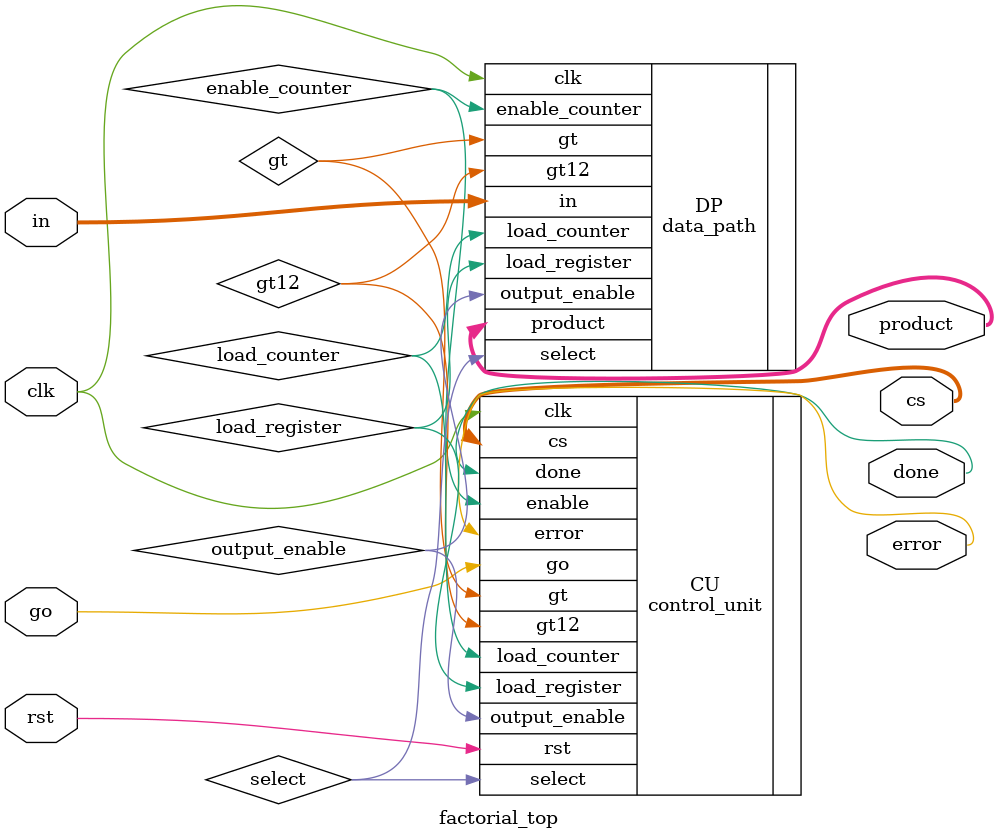
<source format=v>
`timescale 1ns / 1ps

module factorial_top
    (
    input wire go, clk, rst, 
    input wire [3:0] in,
    output wire done, error,
    output wire [3:0] cs,
    output wire [31:0] product
    );
    
    wire load_counter, select, load_register, enable_counter, gt, gt12, output_enable;
    
    data_path DP 
        (
         .in(in), 
         .load_counter(load_counter), 
         .select(select), 
         .load_register(load_register), 
         .enable_counter(enable_counter), 
         .clk(clk), 
         .output_enable(output_enable), 
         .product(product), 
         .gt(gt),
         .gt12(gt12)
        );
        
    control_unit CU 
        (
        .go(go), 
        .gt(gt),
        .gt12(gt12), 
        .clk(clk),
        .rst(rst), 
        .select(select), 
        .load_counter(load_counter), 
        .enable(enable_counter), 
        .load_register(load_register), 
        .output_enable(output_enable), 
        .done(done),
        .error(error),
        .cs(cs)
        );
                 
endmodule

</source>
